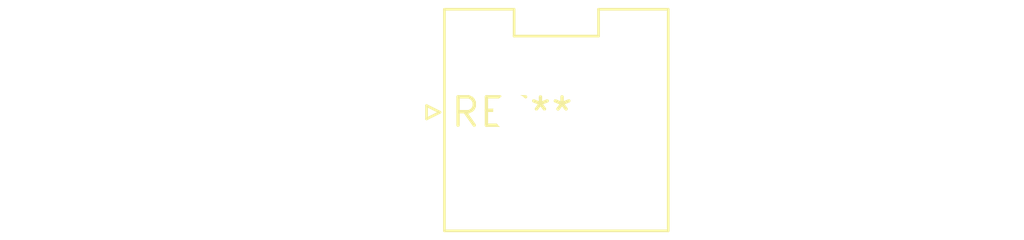
<source format=kicad_pcb>
(kicad_pcb (version 20240108) (generator pcbnew)
  (layers (0 "F.Cu" signal) (31 "B.Cu" signal) (34 "B.Paste" user) (35 "F.Paste" user) (36 "B.SilkS" user "B.Silkscreen") (37 "F.SilkS" user "F.Silkscreen") (38 "B.Mask" user) (39 "F.Mask" user) (44 "Edge.Cuts" user))
  (net 0 "")
  (footprint "JST_VH_B2P-VH-FB-B_1x02_P3.96mm_Vertical" (layer "F.Cu") (at 0 0)
    (property "Reference" "REF**")
    (property "Value" "JST_VH_B2P-VH-FB-B_1x02_P3.96mm_Vertical")
    (fp_line (start -3.83 -0.3) (end -3.23 0) (layer "F.SilkS") (stroke (width 0.12)))
    (fp_line (start -3.83 0.3) (end -3.83 -0.3) (layer "F.SilkS") (stroke (width 0.12)))
    (fp_line (start -3.23 0) (end -3.83 0.3) (layer "F.SilkS") (stroke (width 0.12)))
    (fp_line (start -3.03 -4.61) (end 0.09 -4.61) (layer "F.SilkS") (stroke (width 0.12)))
    (fp_line (start -3.03 5.31) (end -3.03 -4.61) (layer "F.SilkS") (stroke (width 0.12)))
    (fp_line (start 0.09 -4.61) (end 0.09 -3.41) (layer "F.SilkS") (stroke (width 0.12)))
    (fp_line (start 0.09 -3.41) (end 3.87 -3.41) (layer "F.SilkS") (stroke (width 0.12)))
    (fp_line (start 3.87 -4.61) (end 6.99 -4.61) (layer "F.SilkS") (stroke (width 0.12)))
    (fp_line (start 3.87 -3.41) (end 3.87 -4.61) (layer "F.SilkS") (stroke (width 0.12)))
    (fp_line (start 6.99 -4.61) (end 6.99 5.31) (layer "F.SilkS") (stroke (width 0.12)))
    (fp_line (start 6.99 5.31) (end -3.03 5.31) (layer "F.SilkS") (stroke (width 0.12)))
    (pad "" np_thru_hole circle (at -1.5 -3.4) (size 1.45 1.45) (drill 1.45) (layers *.Cu *.Mask))
    (pad "1" thru_hole roundrect (at 0 0) (size 2.7 2.7) (drill 1.7) (layers *.Cu *.Mask) (remove_unused_layers) (roundrect_rratio 0.092593))
    (pad "2" thru_hole circle (at 3.96 0) (size 2.7 2.7) (drill 1.7) (layers *.Cu *.Mask) (remove_unused_layers))
  )
)
</source>
